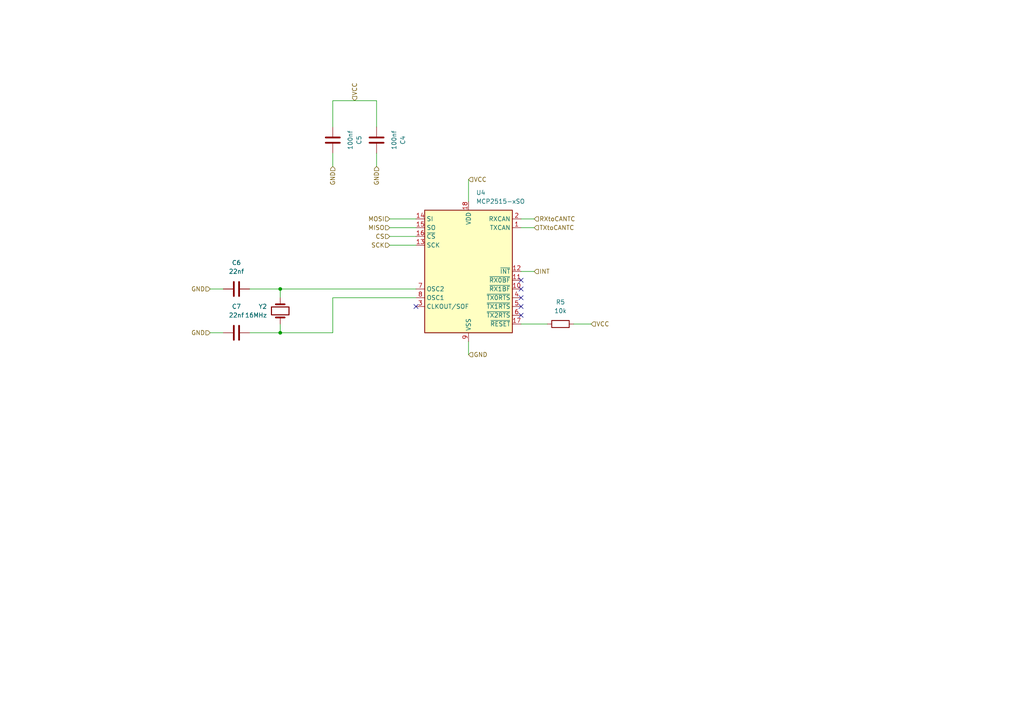
<source format=kicad_sch>
(kicad_sch (version 20231120) (generator "eeschema") (generator_version "8.0")
  (paper "A4")
  (lib_symbols
    (symbol "Device:C" (pin_numbers hide) (pin_names (offset 0.254))
      (property "Reference" "C" (at 0.635 2.54 0))
      (property "Value" "C" (at 0.635 -2.54 0))
      (symbol "C_0_1"
        (polyline (pts (xy -2.032 -0.762) (xy 2.032 -0.762)) (stroke (width 0.508)))
        (polyline (pts (xy -2.032 0.762) (xy 2.032 0.762)) (stroke (width 0.508)))
      )
      (symbol "C_1_1"
        (pin passive line (at 0 3.81 270) (length 2.794) (name "~") (number "1"))
        (pin passive line (at 0 -3.81 90) (length 2.794) (name "~") (number "2"))
      )
    )
    (symbol "Device:Crystal" (pin_numbers hide) (pin_names (offset 1.016) hide)
      (property "Reference" "Y" (at 0 3.81 0))
      (property "Value" "Crystal" (at 0 -3.81 0))
      (symbol "Crystal_0_1"
        (rectangle (start -1.143 2.54) (end 1.143 -2.54) (stroke (width 0.3048)))
        (polyline (pts (xy -2.54 0) (xy -1.905 0)))
        (polyline (pts (xy -1.905 -1.27) (xy -1.905 1.27)) (stroke (width 0.508)))
        (polyline (pts (xy 1.905 -1.27) (xy 1.905 1.27)) (stroke (width 0.508)))
        (polyline (pts (xy 2.54 0) (xy 1.905 0)))
      )
      (symbol "Crystal_1_1"
        (pin passive line (at -3.81 0 0) (length 1.27) (name "1") (number "1"))
        (pin passive line (at 3.81 0 180) (length 1.27) (name "2") (number "2"))
      )
    )
    (symbol "Device:R" (pin_numbers hide) (pin_names (offset 0))
      (property "Reference" "R" (at 2.032 0 90))
      (property "Value" "R" (at 0 0 90))
      (symbol "R_0_1"
        (rectangle (start -1.016 -2.54) (end 1.016 2.54) (stroke (width 0.254)))
      )
      (symbol "R_1_1"
        (pin passive line (at 0 3.81 270) (length 1.27) (name "~") (number "1"))
        (pin passive line (at 0 -3.81 90) (length 1.27) (name "~") (number "2"))
      )
    )
    (symbol "Interface_CAN_LIN:MCP2515-xSO"
      (property "Reference" "U" (at -10.16 19.685 0))
      (property "Value" "MCP2515-xSO" (at 19.05 20.32 0))
      (symbol "MCP2515-xSO_0_1"
        (rectangle (start -12.7 17.78) (end 12.7 -17.78) (stroke (width 0.254)) (fill (type background)))
      )
      (symbol "MCP2515-xSO_1_1"
        (pin output line (at 15.24 12.7 180) (length 2.54) (name "TXCAN") (number "1"))
        (pin output line (at 15.24 -5.08 180) (length 2.54) (name "~{RX1BF}") (number "10"))
        (pin output line (at 15.24 -2.54 180) (length 2.54) (name "~{RX0BF}") (number "11"))
        (pin output line (at 15.24 0 180) (length 2.54) (name "~{INT}") (number "12"))
        (pin input line (at -15.24 7.62 0) (length 2.54) (name "SCK") (number "13"))
        (pin input line (at -15.24 15.24 0) (length 2.54) (name "SI") (number "14"))
        (pin output line (at -15.24 12.7 0) (length 2.54) (name "SO") (number "15"))
        (pin input line (at -15.24 10.16 0) (length 2.54) (name "~{CS}") (number "16"))
        (pin input line (at 15.24 -15.24 180) (length 2.54) (name "~{RESET}") (number "17"))
        (pin power_in line (at 0 20.32 270) (length 2.54) (name "VDD") (number "18"))
        (pin input line (at 15.24 15.24 180) (length 2.54) (name "RXCAN") (number "2"))
        (pin output line (at -15.24 -10.16 0) (length 2.54) (name "CLKOUT/SOF") (number "3"))
        (pin input line (at 15.24 -7.62 180) (length 2.54) (name "~{TX0RTS}") (number "4"))
        (pin input line (at 15.24 -10.16 180) (length 2.54) (name "~{TX1RTS}") (number "5"))
        (pin input line (at 15.24 -12.7 180) (length 2.54) (name "~{TX2RTS}") (number "6"))
        (pin output line (at -15.24 -5.08 0) (length 2.54) (name "OSC2") (number "7"))
        (pin input line (at -15.24 -7.62 0) (length 2.54) (name "OSC1") (number "8"))
        (pin power_in line (at 0 -20.32 90) (length 2.54) (name "VSS") (number "9"))
      )
    )
  )
  (junction (at 81.28 96.52))
  (junction (at 81.28 83.82))
  (no_connect (at 151.13 81.28))
  (no_connect (at 151.13 86.36))
  (no_connect (at 151.13 83.82))
  (no_connect (at 151.13 91.44))
  (no_connect (at 120.65 88.9))
  (no_connect (at 151.13 88.9))
  (wire (pts (xy 96.52 96.52) (xy 96.52 86.36)))
  (wire (pts (xy 151.13 66.04) (xy 154.94 66.04)))
  (wire (pts (xy 81.28 86.36) (xy 81.28 83.82)))
  (wire (pts (xy 64.77 83.82) (xy 60.96 83.82)))
  (wire (pts (xy 81.28 83.82) (xy 120.65 83.82)))
  (wire (pts (xy 72.39 96.52) (xy 81.28 96.52)))
  (wire (pts (xy 96.52 86.36) (xy 120.65 86.36)))
  (wire (pts (xy 113.03 71.12) (xy 120.65 71.12)))
  (wire (pts (xy 109.22 44.45) (xy 109.22 48.26)))
  (wire (pts (xy 81.28 83.82) (xy 72.39 83.82)))
  (wire (pts (xy 113.03 63.5) (xy 120.65 63.5)))
  (wire (pts (xy 113.03 66.04) (xy 120.65 66.04)))
  (wire (pts (xy 96.52 96.52) (xy 81.28 96.52)))
  (wire (pts (xy 151.13 78.74) (xy 154.94 78.74)))
  (wire (pts (xy 135.89 99.06) (xy 135.89 102.87)))
  (wire (pts (xy 96.52 36.83) (xy 96.52 29.21)))
  (wire (pts (xy 166.37 93.98) (xy 171.45 93.98)))
  (wire (pts (xy 109.22 29.21) (xy 109.22 36.83)))
  (wire (pts (xy 113.03 68.58) (xy 120.65 68.58)))
  (wire (pts (xy 151.13 93.98) (xy 158.75 93.98)))
  (wire (pts (xy 81.28 96.52) (xy 81.28 93.98)))
  (wire (pts (xy 151.13 63.5) (xy 154.94 63.5)))
  (wire (pts (xy 96.52 44.45) (xy 96.52 48.26)))
  (wire (pts (xy 135.89 52.07) (xy 135.89 58.42)))
  (wire (pts (xy 96.52 29.21) (xy 109.22 29.21)))
  (wire (pts (xy 64.77 96.52) (xy 60.96 96.52)))
  (hierarchical_label "SCK" (shape input) (at 113.03 71.12 180))
  (hierarchical_label "GND" (shape input) (at 109.22 48.26 270))
  (hierarchical_label "MISO" (shape input) (at 113.03 66.04 180))
  (hierarchical_label "VCC" (shape input) (at 171.45 93.98 0))
  (hierarchical_label "VCC" (shape input) (at 102.87 29.21 90))
  (hierarchical_label "GND" (shape input) (at 96.52 48.26 270))
  (hierarchical_label "CS" (shape input) (at 113.03 68.58 180))
  (hierarchical_label "RXtoCANTC" (shape input) (at 154.94 63.5 0))
  (hierarchical_label "TXtoCANTC" (shape input) (at 154.94 66.04 0))
  (hierarchical_label "MOSI" (shape input) (at 113.03 63.5 180))
  (hierarchical_label "GND" (shape input) (at 135.89 102.87 0))
  (hierarchical_label "GND" (shape input) (at 60.96 83.82 180))
  (hierarchical_label "INT" (shape input) (at 154.94 78.74 0))
  (hierarchical_label "GND" (shape input) (at 60.96 96.52 180))
  (hierarchical_label "VCC" (shape input) (at 135.89 52.07 0))
  (symbol (lib_id "Interface_CAN_LIN:MCP2515-xSO") (at 135.89 78.74 0) (unit 1)
    (property "Reference" "U4" (at 138.0841 55.88 0) (effects (justify left)))
    (property "Value" "MCP2515-xSO" (at 138.0841 58.42 0) (effects (justify left)))
    (property "Footprint" "Package_SO:SOIC-18W_7.5x11.6mm_P1.27mm" (effects (hide yes)))
    (property "Datasheet" "http://ww1.microchip.com/downloads/en/DeviceDoc/21801e.pdf" (effects (hide yes)))
    (property "Description" "Stand-Alone CAN Controller with SPI Interface, SOIC-18" (effects (hide yes)))
  )
  (symbol (lib_id "Device:C") (at 96.52 40.64 0) (unit 1)
    (property "Reference" "C5" (at 104.14 40.64 90))
    (property "Value" "100nf" (at 101.6 40.64 90))
    (property "Footprint" "Capacitor_SMD:C_1206_3216Metric_Pad1.33x1.80mm_HandSolder" (effects (hide yes)))
    (property "Description" "Unpolarized capacitor" (effects (hide yes)))
  )
  (symbol (lib_id "Device:R") (at 162.56 93.98 90) (unit 1)
    (property "Reference" "R5" (at 162.56 87.63 90))
    (property "Value" "10k" (at 162.56 90.17 90))
    (property "Footprint" "Resistor_THT:R_Axial_DIN0207_L6.3mm_D2.5mm_P2.54mm_Vertical" (effects (hide yes)))
    (property "Description" "Resistor" (effects (hide yes)))
  )
  (symbol (lib_id "Device:Crystal") (at 81.28 90.17 270) (mirror x) (unit 1)
    (property "Reference" "Y2" (at 77.47 88.8999 90) (effects (justify right)))
    (property "Value" "16MHz" (at 77.47 91.4399 90) (effects (justify right)))
    (property "Footprint" "Crystal:Crystal_HC49-U_Vertical" (effects (hide yes)))
    (property "Description" "Two pin crystal" (effects (hide yes)))
  )
  (symbol (lib_id "Device:C") (at 68.58 83.82 270) (mirror x) (unit 1)
    (property "Reference" "C6" (at 68.58 76.2 90))
    (property "Value" "22nf" (at 68.58 78.74 90))
    (property "Footprint" "Capacitor_SMD:C_1206_3216Metric_Pad1.33x1.80mm_HandSolder" (effects (hide yes)))
    (property "Description" "Unpolarized capacitor" (effects (hide yes)))
  )
  (symbol (lib_id "Device:C") (at 109.22 40.64 0) (unit 1)
    (property "Reference" "C4" (at 116.84 40.64 90))
    (property "Value" "100nf" (at 114.3 40.64 90))
    (property "Footprint" "Capacitor_SMD:C_1206_3216Metric_Pad1.33x1.80mm_HandSolder" (effects (hide yes)))
    (property "Description" "Unpolarized capacitor" (effects (hide yes)))
  )
  (symbol (lib_id "Device:C") (at 68.58 96.52 270) (mirror x) (unit 1)
    (property "Reference" "C7" (at 68.58 88.9 90))
    (property "Value" "22nf" (at 68.58 91.44 90))
    (property "Footprint" "Capacitor_SMD:C_1206_3216Metric_Pad1.33x1.80mm_HandSolder" (effects (hide yes)))
    (property "Description" "Unpolarized capacitor" (effects (hide yes)))
  )
)
</source>
